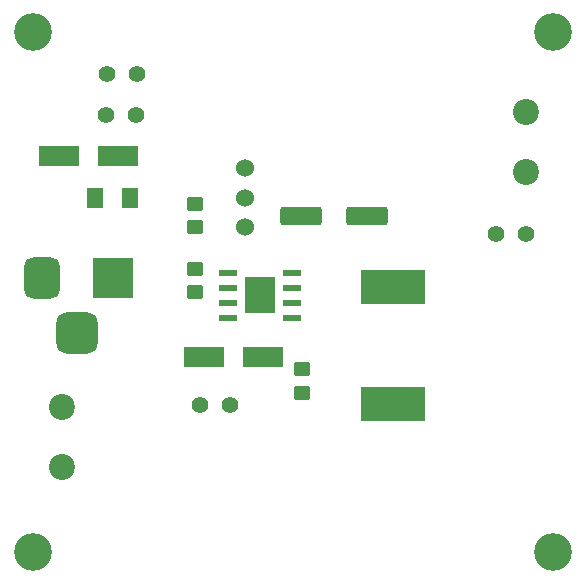
<source format=gbr>
%TF.GenerationSoftware,KiCad,Pcbnew,(6.0.2)*%
%TF.CreationDate,2022-08-01T15:44:27+08:00*%
%TF.ProjectId,TPS5430_Experiment,54505335-3433-4305-9f45-78706572696d,Sage Xiong*%
%TF.SameCoordinates,Original*%
%TF.FileFunction,Soldermask,Top*%
%TF.FilePolarity,Negative*%
%FSLAX46Y46*%
G04 Gerber Fmt 4.6, Leading zero omitted, Abs format (unit mm)*
G04 Created by KiCad (PCBNEW (6.0.2)) date 2022-08-01 15:44:27*
%MOMM*%
%LPD*%
G01*
G04 APERTURE LIST*
G04 Aperture macros list*
%AMRoundRect*
0 Rectangle with rounded corners*
0 $1 Rounding radius*
0 $2 $3 $4 $5 $6 $7 $8 $9 X,Y pos of 4 corners*
0 Add a 4 corners polygon primitive as box body*
4,1,4,$2,$3,$4,$5,$6,$7,$8,$9,$2,$3,0*
0 Add four circle primitives for the rounded corners*
1,1,$1+$1,$2,$3*
1,1,$1+$1,$4,$5*
1,1,$1+$1,$6,$7*
1,1,$1+$1,$8,$9*
0 Add four rect primitives between the rounded corners*
20,1,$1+$1,$2,$3,$4,$5,0*
20,1,$1+$1,$4,$5,$6,$7,0*
20,1,$1+$1,$6,$7,$8,$9,0*
20,1,$1+$1,$8,$9,$2,$3,0*%
G04 Aperture macros list end*
%ADD10C,1.400000*%
%ADD11RoundRect,0.250001X-0.462499X-0.624999X0.462499X-0.624999X0.462499X0.624999X-0.462499X0.624999X0*%
%ADD12R,1.550000X0.600000*%
%ADD13R,2.600000X3.100000*%
%ADD14RoundRect,0.250000X0.450000X-0.350000X0.450000X0.350000X-0.450000X0.350000X-0.450000X-0.350000X0*%
%ADD15C,2.200000*%
%ADD16RoundRect,0.250000X1.500000X0.550000X-1.500000X0.550000X-1.500000X-0.550000X1.500000X-0.550000X0*%
%ADD17RoundRect,0.250000X-0.450000X0.350000X-0.450000X-0.350000X0.450000X-0.350000X0.450000X0.350000X0*%
%ADD18R,3.500000X1.800000*%
%ADD19C,3.200000*%
%ADD20R,3.500000X3.500000*%
%ADD21RoundRect,0.750000X-0.750000X-1.000000X0.750000X-1.000000X0.750000X1.000000X-0.750000X1.000000X0*%
%ADD22RoundRect,0.875000X-0.875000X-0.875000X0.875000X-0.875000X0.875000X0.875000X-0.875000X0.875000X0*%
%ADD23R,5.400000X2.900000*%
%ADD24C,1.524000*%
G04 APERTURE END LIST*
D10*
%TO.C,TP3*%
X160484000Y-97366000D03*
X163024007Y-97365998D03*
%TD*%
D11*
%TO.C,F1*%
X126562500Y-94300000D03*
X129537500Y-94300000D03*
%TD*%
D12*
%TO.C,U1*%
X143250000Y-104455000D03*
X143250000Y-103185000D03*
X143250000Y-101915000D03*
X143250000Y-100645000D03*
X137850000Y-100645000D03*
X137850000Y-101915000D03*
X137850000Y-103185000D03*
X137850000Y-104455000D03*
D13*
X140550000Y-102550000D03*
%TD*%
D10*
%TO.C,TP1*%
X130050000Y-87300000D03*
X127510007Y-87300003D03*
%TD*%
D14*
%TO.C,C2*%
X135050000Y-102300000D03*
X135050000Y-100300000D03*
%TD*%
D15*
%TO.C,J2*%
X163050000Y-92090000D03*
X163050000Y-87010000D03*
%TD*%
D16*
%TO.C,C3*%
X149600000Y-95800000D03*
X144000000Y-95800000D03*
%TD*%
D17*
%TO.C,C1*%
X144050000Y-108800000D03*
X144050000Y-110800000D03*
%TD*%
D18*
%TO.C,D2*%
X128550000Y-90800000D03*
X123550000Y-90800000D03*
%TD*%
D19*
%TO.C,REF\u002A\u002A*%
X165300000Y-80300000D03*
%TD*%
D15*
%TO.C,J1*%
X123800000Y-117090000D03*
X123800000Y-112010000D03*
%TD*%
D20*
%TO.C,J3*%
X128050000Y-101050000D03*
D21*
X122050000Y-101050000D03*
D22*
X125050000Y-105750000D03*
%TD*%
D23*
%TO.C,L1*%
X151800000Y-111750000D03*
X151800000Y-101850000D03*
%TD*%
D18*
%TO.C,D1*%
X135800000Y-107800000D03*
X140800000Y-107800000D03*
%TD*%
D19*
%TO.C,REF\u002A\u002A*%
X121300000Y-124300000D03*
%TD*%
%TO.C,REF\u002A\u002A*%
X165300000Y-124300000D03*
%TD*%
D10*
%TO.C,TP4*%
X127550000Y-83800000D03*
X130090012Y-83800010D03*
%TD*%
D14*
%TO.C,R1*%
X135050000Y-96800000D03*
X135050000Y-94800000D03*
%TD*%
D10*
%TO.C,TP2*%
X137965000Y-111800000D03*
X135425002Y-111800005D03*
%TD*%
D24*
%TO.C,RV1*%
X139300010Y-91799999D03*
X139300010Y-94299994D03*
X139300010Y-96799989D03*
%TD*%
D19*
%TO.C,REF\u002A\u002A*%
X121300000Y-80300000D03*
%TD*%
M02*

</source>
